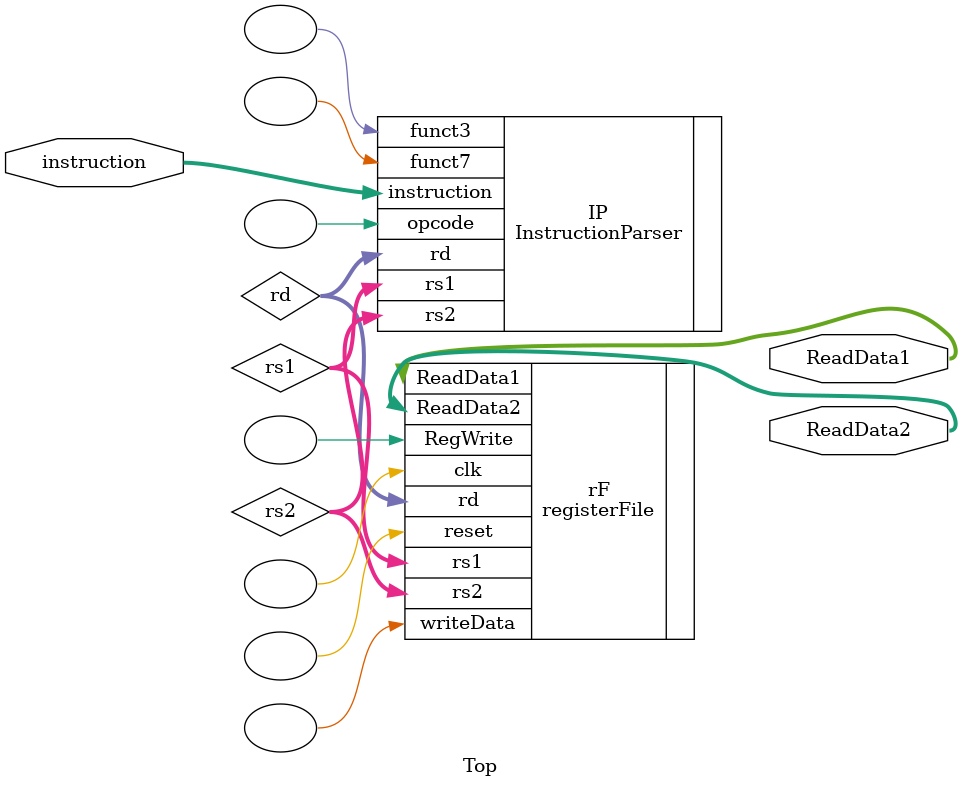
<source format=v>
module Top
  (
  input [31:0]instruction,
	output [63:0] ReadData1,
	output [63:0] ReadData2
  );
  wire [4:0] rs1,rs2,rd;
 
  
  InstructionParser IP
  (
  .instruction(instruction),
	.rd(rd),
	.rs1(rs1),
	.rs2(rs2),
	.opcode(),
	.funct3(),
	.funct7()
  );
  
  registerFile rF
  (
  .ReadData1(ReadData1),
	.ReadData2(ReadData2),
	.rd(rd),
	.rs1(rs1),
	.rs2(rs2),
	.RegWrite(),
	.writeData(),
	.clk(),
	.reset()
  );
  
endmodule
</source>
